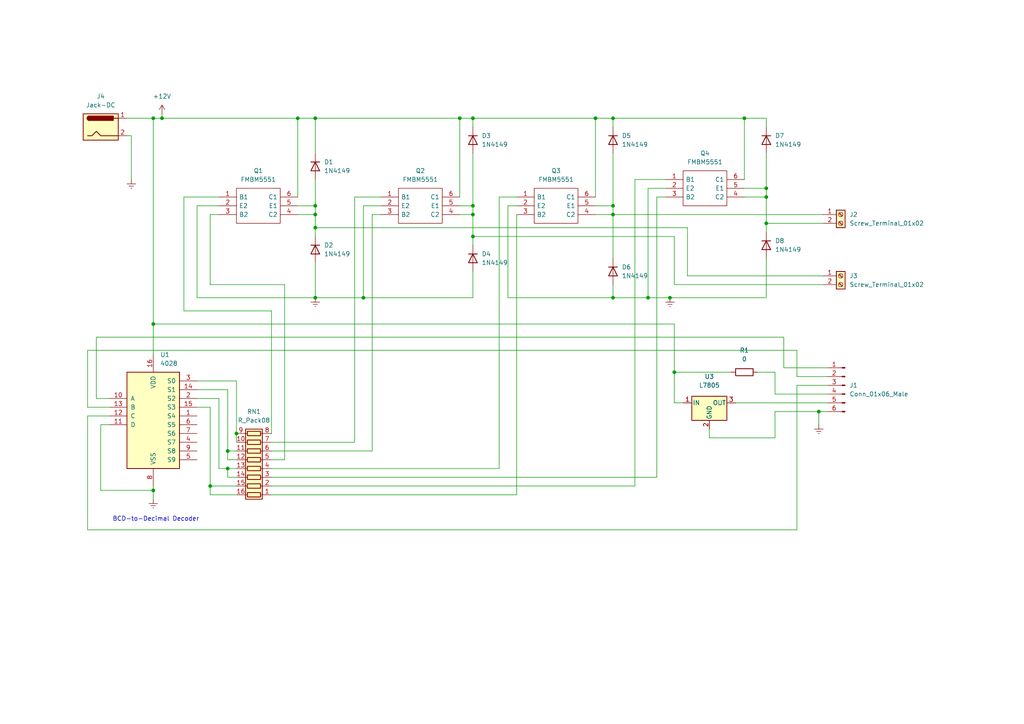
<source format=kicad_sch>
(kicad_sch (version 20231120) (generator "eeschema") (generator_version "8.0")
  (paper "A4")
  (title_block (date "2022-08-03"))
  (lib_symbols
    (symbol "4xxx:4028" (pin_names (offset 1.016))
      (property "Reference" "U" (at -7.62 13.97 0))
      (property "Value" "4028" (at -7.62 -16.51 0))
      (symbol "4028_1_0"
        (pin output line (at 12.7 0 180) (length 5.08) (name "S4") (number "1"))
        (pin input line (at -12.7 5.08 0) (length 5.08) (name "A") (number "10"))
        (pin input line (at -12.7 -2.54 0) (length 5.08) (name "D") (number "11"))
        (pin input line (at -12.7 0 0) (length 5.08) (name "C") (number "12"))
        (pin input line (at -12.7 2.54 0) (length 5.08) (name "B") (number "13"))
        (pin output line (at 12.7 7.62 180) (length 5.08) (name "S1") (number "14"))
        (pin output line (at 12.7 2.54 180) (length 5.08) (name "S3") (number "15"))
        (pin power_in line (at 0 17.78 270) (length 5.08) (name "VDD") (number "16"))
        (pin output line (at 12.7 5.08 180) (length 5.08) (name "S2") (number "2"))
        (pin output line (at 12.7 10.16 180) (length 5.08) (name "S0") (number "3"))
        (pin output line (at 12.7 -7.62 180) (length 5.08) (name "S7") (number "4"))
        (pin output line (at 12.7 -12.7 180) (length 5.08) (name "S9") (number "5"))
        (pin output line (at 12.7 -2.54 180) (length 5.08) (name "S5") (number "6"))
        (pin output line (at 12.7 -5.08 180) (length 5.08) (name "S6") (number "7"))
        (pin power_in line (at 0 -20.32 90) (length 5.08) (name "VSS") (number "8"))
        (pin output line (at 12.7 -10.16 180) (length 5.08) (name "S8") (number "9"))
      )
      (symbol "4028_1_1"
        (rectangle (start -7.62 12.7) (end 7.62 -15.24) (stroke (width 0.254)) (fill (type background)))
      )
    )
    (symbol "Connector:Conn_01x06_Male" (pin_names (offset 1.016) hide)
      (property "Reference" "J" (at 0 7.62 0))
      (property "Value" "Conn_01x06_Male" (at 0 -10.16 0))
      (symbol "Conn_01x06_Male_1_1"
        (polyline (pts (xy 1.27 -7.62) (xy 0.8636 -7.62)) (stroke (width 0.1524)))
        (polyline (pts (xy 1.27 -5.08) (xy 0.8636 -5.08)) (stroke (width 0.1524)))
        (polyline (pts (xy 1.27 -2.54) (xy 0.8636 -2.54)) (stroke (width 0.1524)))
        (polyline (pts (xy 1.27 0) (xy 0.8636 0)) (stroke (width 0.1524)))
        (polyline (pts (xy 1.27 2.54) (xy 0.8636 2.54)) (stroke (width 0.1524)))
        (polyline (pts (xy 1.27 5.08) (xy 0.8636 5.08)) (stroke (width 0.1524)))
        (rectangle (start 0.8636 -7.493) (end 0 -7.747) (stroke (width 0.1524)) (fill (type outline)))
        (rectangle (start 0.8636 -4.953) (end 0 -5.207) (stroke (width 0.1524)) (fill (type outline)))
        (rectangle (start 0.8636 -2.413) (end 0 -2.667) (stroke (width 0.1524)) (fill (type outline)))
        (rectangle (start 0.8636 0.127) (end 0 -0.127) (stroke (width 0.1524)) (fill (type outline)))
        (rectangle (start 0.8636 2.667) (end 0 2.413) (stroke (width 0.1524)) (fill (type outline)))
        (rectangle (start 0.8636 5.207) (end 0 4.953) (stroke (width 0.1524)) (fill (type outline)))
        (pin passive line (at 5.08 5.08 180) (length 3.81) (name "Pin_1") (number "1"))
        (pin passive line (at 5.08 2.54 180) (length 3.81) (name "Pin_2") (number "2"))
        (pin passive line (at 5.08 0 180) (length 3.81) (name "Pin_3") (number "3"))
        (pin passive line (at 5.08 -2.54 180) (length 3.81) (name "Pin_4") (number "4"))
        (pin passive line (at 5.08 -5.08 180) (length 3.81) (name "Pin_5") (number "5"))
        (pin passive line (at 5.08 -7.62 180) (length 3.81) (name "Pin_6") (number "6"))
      )
    )
    (symbol "Connector:Jack-DC" (pin_names (offset 1.016))
      (property "Reference" "J" (at 0 5.334 0))
      (property "Value" "Jack-DC" (at 0 -5.08 0))
      (symbol "Jack-DC_0_1"
        (rectangle (start -5.08 3.81) (end 5.08 -3.81) (stroke (width 0.254)) (fill (type background)))
        (arc (start -3.302 3.175) (mid -3.9342 2.54) (end -3.302 1.905) (stroke (width 0.254)))
        (arc (start -3.302 3.175) (mid -3.9342 2.54) (end -3.302 1.905) (stroke (width 0.254)) (fill (type outline)))
        (polyline (pts (xy 5.08 2.54) (xy 3.81 2.54)) (stroke (width 0.254)))
        (polyline (pts (xy -3.81 -2.54) (xy -2.54 -2.54) (xy -1.27 -1.27) (xy 0 -2.54) (xy 2.54 -2.54) (xy 5.08 -2.54)) (stroke (width 0.254)))
        (rectangle (start 3.683 3.175) (end -3.302 1.905) (stroke (width 0.254)) (fill (type outline)))
      )
      (symbol "Jack-DC_1_1"
        (pin passive line (at 7.62 2.54 180) (length 2.54) (name "~") (number "1"))
        (pin passive line (at 7.62 -2.54 180) (length 2.54) (name "~") (number "2"))
      )
    )
    (symbol "Connector:Screw_Terminal_01x02" (pin_names (offset 1.016) hide)
      (property "Reference" "J" (at 0 2.54 0))
      (property "Value" "Screw_Terminal_01x02" (at 0 -5.08 0))
      (symbol "Screw_Terminal_01x02_1_1"
        (rectangle (start -1.27 1.27) (end 1.27 -3.81) (stroke (width 0.254)) (fill (type background)))
        (circle (center 0 -2.54) (radius 0.635) (stroke (width 0.1524)))
        (polyline (pts (xy -0.5334 -2.2098) (xy 0.3302 -3.048)) (stroke (width 0.1524)))
        (polyline (pts (xy -0.5334 0.3302) (xy 0.3302 -0.508)) (stroke (width 0.1524)))
        (polyline (pts (xy -0.3556 -2.032) (xy 0.508 -2.8702)) (stroke (width 0.1524)))
        (polyline (pts (xy -0.3556 0.508) (xy 0.508 -0.3302)) (stroke (width 0.1524)))
        (circle (center 0 0) (radius 0.635) (stroke (width 0.1524)))
        (pin passive line (at -5.08 0 0) (length 3.81) (name "Pin_1") (number "1"))
        (pin passive line (at -5.08 -2.54 0) (length 3.81) (name "Pin_2") (number "2"))
      )
    )
    (symbol "Device:R" (pin_numbers hide) (pin_names (offset 0))
      (property "Reference" "R" (at 2.032 0 90))
      (property "Value" "R" (at 0 0 90))
      (symbol "R_0_1"
        (rectangle (start -1.016 -2.54) (end 1.016 2.54) (stroke (width 0.254)))
      )
      (symbol "R_1_1"
        (pin passive line (at 0 3.81 270) (length 1.27) (name "~") (number "1"))
        (pin passive line (at 0 -3.81 90) (length 1.27) (name "~") (number "2"))
      )
    )
    (symbol "Device:R_Pack08" (pin_names (offset 0) hide)
      (property "Reference" "RN" (at -12.7 0 90))
      (property "Value" "R_Pack08" (at 10.16 0 90))
      (symbol "R_Pack08_0_1"
        (rectangle (start -11.43 -2.413) (end 8.89 2.413) (stroke (width 0.254)) (fill (type background)))
        (rectangle (start -10.795 1.905) (end -9.525 -1.905) (stroke (width 0.254)))
        (rectangle (start -8.255 1.905) (end -6.985 -1.905) (stroke (width 0.254)))
        (rectangle (start -5.715 1.905) (end -4.445 -1.905) (stroke (width 0.254)))
        (rectangle (start -3.175 1.905) (end -1.905 -1.905) (stroke (width 0.254)))
        (rectangle (start -0.635 1.905) (end 0.635 -1.905) (stroke (width 0.254)))
        (polyline (pts (xy -10.16 -2.54) (xy -10.16 -1.905)))
        (polyline (pts (xy -10.16 1.905) (xy -10.16 2.54)))
        (polyline (pts (xy -7.62 -2.54) (xy -7.62 -1.905)))
        (polyline (pts (xy -7.62 1.905) (xy -7.62 2.54)))
        (polyline (pts (xy -5.08 -2.54) (xy -5.08 -1.905)))
        (polyline (pts (xy -5.08 1.905) (xy -5.08 2.54)))
        (polyline (pts (xy -2.54 -2.54) (xy -2.54 -1.905)))
        (polyline (pts (xy -2.54 1.905) (xy -2.54 2.54)))
        (polyline (pts (xy 0 -2.54) (xy 0 -1.905)))
        (polyline (pts (xy 0 1.905) (xy 0 2.54)))
        (polyline (pts (xy 2.54 -2.54) (xy 2.54 -1.905)))
        (polyline (pts (xy 2.54 1.905) (xy 2.54 2.54)))
        (polyline (pts (xy 5.08 -2.54) (xy 5.08 -1.905)))
        (polyline (pts (xy 5.08 1.905) (xy 5.08 2.54)))
        (polyline (pts (xy 7.62 -2.54) (xy 7.62 -1.905)))
        (polyline (pts (xy 7.62 1.905) (xy 7.62 2.54)))
        (rectangle (start 1.905 1.905) (end 3.175 -1.905) (stroke (width 0.254)))
        (rectangle (start 4.445 1.905) (end 5.715 -1.905) (stroke (width 0.254)))
        (rectangle (start 6.985 1.905) (end 8.255 -1.905) (stroke (width 0.254)))
      )
      (symbol "R_Pack08_1_1"
        (pin passive line (at -10.16 -5.08 90) (length 2.54) (name "R1.1") (number "1"))
        (pin passive line (at 5.08 5.08 270) (length 2.54) (name "R7.2") (number "10"))
        (pin passive line (at 2.54 5.08 270) (length 2.54) (name "R6.2") (number "11"))
        (pin passive line (at 0 5.08 270) (length 2.54) (name "R5.2") (number "12"))
        (pin passive line (at -2.54 5.08 270) (length 2.54) (name "R4.2") (number "13"))
        (pin passive line (at -5.08 5.08 270) (length 2.54) (name "R3.2") (number "14"))
        (pin passive line (at -7.62 5.08 270) (length 2.54) (name "R2.2") (number "15"))
        (pin passive line (at -10.16 5.08 270) (length 2.54) (name "R1.2") (number "16"))
        (pin passive line (at -7.62 -5.08 90) (length 2.54) (name "R2.1") (number "2"))
        (pin passive line (at -5.08 -5.08 90) (length 2.54) (name "R3.1") (number "3"))
        (pin passive line (at -2.54 -5.08 90) (length 2.54) (name "R4.1") (number "4"))
        (pin passive line (at 0 -5.08 90) (length 2.54) (name "R5.1") (number "5"))
        (pin passive line (at 2.54 -5.08 90) (length 2.54) (name "R6.1") (number "6"))
        (pin passive line (at 5.08 -5.08 90) (length 2.54) (name "R7.1") (number "7"))
        (pin passive line (at 7.62 -5.08 90) (length 2.54) (name "R8.1") (number "8"))
        (pin passive line (at 7.62 5.08 270) (length 2.54) (name "R8.2") (number "9"))
      )
    )
    (symbol "Diode:1N4149" (pin_numbers hide) (pin_names (offset 1.016) hide)
      (property "Reference" "D" (at 0 2.54 0))
      (property "Value" "1N4149" (at 0 -2.54 0))
      (symbol "1N4149_0_1"
        (polyline (pts (xy -1.27 1.27) (xy -1.27 -1.27)) (stroke (width 0.254)))
        (polyline (pts (xy 1.27 0) (xy -1.27 0)))
        (polyline (pts (xy 1.27 1.27) (xy 1.27 -1.27) (xy -1.27 0) (xy 1.27 1.27)) (stroke (width 0.254)))
      )
      (symbol "1N4149_1_1"
        (pin passive line (at -3.81 0 0) (length 2.54) (name "K") (number "1"))
        (pin passive line (at 3.81 0 180) (length 2.54) (name "A") (number "2"))
      )
    )
    (symbol "Regulator_Linear:L7805" (pin_names (offset 0.254))
      (property "Reference" "U" (at -3.81 3.175 0))
      (property "Value" "L7805" (at 0 3.175 0))
      (symbol "L7805_0_1"
        (rectangle (start -5.08 1.905) (end 5.08 -5.08) (stroke (width 0.254)) (fill (type background)))
      )
      (symbol "L7805_1_1"
        (pin power_in line (at -7.62 0 0) (length 2.54) (name "IN") (number "1"))
        (pin power_in line (at 0 -7.62 90) (length 2.54) (name "GND") (number "2"))
        (pin power_out line (at 7.62 0 180) (length 2.54) (name "OUT") (number "3"))
      )
    )
    (symbol "SamacSys_Parts:FMBM5551" (pin_names (offset 0.762))
      (property "Reference" "Q" (at 19.05 7.62 0))
      (property "Value" "FMBM5551" (at 19.05 5.08 0))
      (symbol "FMBM5551_0_0"
        (pin passive line (at 0 0 0) (length 5.08) (name "B1") (number "1"))
        (pin passive line (at 0 -2.54 0) (length 5.08) (name "E2") (number "2"))
        (pin passive line (at 0 -5.08 0) (length 5.08) (name "B2") (number "3"))
        (pin passive line (at 22.86 -5.08 180) (length 5.08) (name "C2") (number "4"))
        (pin passive line (at 22.86 -2.54 180) (length 5.08) (name "E1") (number "5"))
        (pin passive line (at 22.86 0 180) (length 5.08) (name "C1") (number "6"))
      )
      (symbol "FMBM5551_0_1"
        (polyline (pts (xy 5.08 2.54) (xy 17.78 2.54) (xy 17.78 -7.62) (xy 5.08 -7.62) (xy 5.08 2.54)) (stroke (width 0.1524)))
      )
    )
    (symbol "power:+12V" (power) (pin_names (offset 0))
      (property "Value" "+12V" (at 0 3.556 0))
      (symbol "+12V_0_1"
        (polyline (pts (xy -0.762 1.27) (xy 0 2.54)))
        (polyline (pts (xy 0 0) (xy 0 2.54)))
        (polyline (pts (xy 0 2.54) (xy 0.762 1.27)))
      )
      (symbol "+12V_1_1"
        (pin power_in line (at 0 0 90) (length 0) hide (name "+12V") (number "1"))
      )
    )
    (symbol "power:Earth" (power) (pin_names (offset 0))
      (symbol "Earth_0_1"
        (polyline (pts (xy -0.635 -1.905) (xy 0.635 -1.905)))
        (polyline (pts (xy -0.127 -2.54) (xy 0.127 -2.54)))
        (polyline (pts (xy 0 -1.27) (xy 0 0)))
        (polyline (pts (xy 1.27 -1.27) (xy -1.27 -1.27)))
      )
      (symbol "Earth_1_1"
        (pin power_in line (at 0 0 270) (length 0) hide (name "Earth") (number "1"))
      )
    )
  )
  (junction (at 91.44 62.23))
  (junction (at 177.8 59.69))
  (junction (at 177.8 62.23))
  (junction (at 66.04 135.89))
  (junction (at 222.25 57.15))
  (junction (at 86.36 34.29))
  (junction (at 66.04 130.81))
  (junction (at 60.96 140.97))
  (junction (at 177.8 86.36))
  (junction (at 105.41 86.36))
  (junction (at 68.58 125.73))
  (junction (at 46.99 34.29))
  (junction (at 222.25 54.61))
  (junction (at 222.25 64.77))
  (junction (at 91.44 59.69))
  (junction (at 137.16 34.29))
  (junction (at 44.45 142.24))
  (junction (at 91.44 34.29))
  (junction (at 137.16 62.23))
  (junction (at 194.31 86.36))
  (junction (at 187.96 86.36))
  (junction (at 137.16 68.58))
  (junction (at 172.72 34.29))
  (junction (at 237.49 119.38))
  (junction (at 133.35 34.29))
  (junction (at 91.44 86.36))
  (junction (at 44.45 34.29))
  (junction (at 91.44 66.04))
  (junction (at 177.8 34.29))
  (junction (at 195.58 107.95))
  (junction (at 215.9 34.29))
  (junction (at 137.16 59.69))
  (junction (at 44.45 93.98))
  (wire (pts (xy 25.4 153.67) (xy 25.4 120.65)))
  (wire (pts (xy 177.8 62.23) (xy 238.76 62.23)))
  (wire (pts (xy 78.74 138.43) (xy 190.5 138.43)))
  (wire (pts (xy 91.44 62.23) (xy 91.44 66.04)))
  (wire (pts (xy 68.58 125.73) (xy 68.58 128.27)))
  (wire (pts (xy 215.9 57.15) (xy 222.25 57.15)))
  (wire (pts (xy 91.44 34.29) (xy 91.44 44.45)))
  (wire (pts (xy 205.74 127) (xy 205.74 124.46)))
  (wire (pts (xy 177.8 59.69) (xy 177.8 62.23)))
  (wire (pts (xy 60.96 140.97) (xy 68.58 140.97)))
  (wire (pts (xy 137.16 44.45) (xy 137.16 59.69)))
  (wire (pts (xy 149.86 62.23) (xy 149.86 143.51)))
  (wire (pts (xy 137.16 59.69) (xy 133.35 59.69)))
  (wire (pts (xy 137.16 78.74) (xy 137.16 86.36)))
  (wire (pts (xy 222.25 44.45) (xy 222.25 54.61)))
  (wire (pts (xy 231.14 153.67) (xy 25.4 153.67)))
  (wire (pts (xy 137.16 34.29) (xy 172.72 34.29)))
  (wire (pts (xy 60.96 118.11) (xy 60.96 140.97)))
  (wire (pts (xy 215.9 34.29) (xy 222.25 34.29)))
  (wire (pts (xy 187.96 54.61) (xy 193.04 54.61)))
  (wire (pts (xy 137.16 34.29) (xy 133.35 34.29)))
  (wire (pts (xy 91.44 86.36) (xy 105.41 86.36)))
  (wire (pts (xy 240.03 109.22) (xy 231.14 109.22)))
  (wire (pts (xy 149.86 57.15) (xy 144.78 57.15)))
  (wire (pts (xy 66.04 130.81) (xy 66.04 133.35)))
  (wire (pts (xy 198.12 116.84) (xy 195.58 116.84)))
  (wire (pts (xy 107.95 62.23) (xy 110.49 62.23)))
  (wire (pts (xy 240.03 119.38) (xy 237.49 119.38)))
  (wire (pts (xy 78.74 90.17) (xy 53.34 90.17)))
  (wire (pts (xy 82.55 82.55) (xy 82.55 133.35)))
  (wire (pts (xy 177.8 62.23) (xy 177.8 74.93)))
  (wire (pts (xy 184.15 52.07) (xy 184.15 140.97)))
  (wire (pts (xy 224.79 119.38) (xy 237.49 119.38)))
  (wire (pts (xy 222.25 86.36) (xy 222.25 74.93)))
  (wire (pts (xy 231.14 111.76) (xy 231.14 153.67)))
  (wire (pts (xy 46.99 34.29) (xy 86.36 34.29)))
  (wire (pts (xy 177.8 59.69) (xy 172.72 59.69)))
  (wire (pts (xy 137.16 68.58) (xy 137.16 71.12)))
  (wire (pts (xy 38.1 39.37) (xy 38.1 52.07)))
  (wire (pts (xy 172.72 34.29) (xy 172.72 57.15)))
  (wire (pts (xy 231.14 109.22) (xy 231.14 101.6)))
  (wire (pts (xy 240.03 106.68) (xy 227.33 106.68)))
  (wire (pts (xy 78.74 143.51) (xy 149.86 143.51)))
  (wire (pts (xy 177.8 86.36) (xy 187.96 86.36)))
  (wire (pts (xy 57.15 110.49) (xy 68.58 110.49)))
  (wire (pts (xy 105.41 86.36) (xy 137.16 86.36)))
  (wire (pts (xy 60.96 62.23) (xy 60.96 82.55)))
  (wire (pts (xy 91.44 59.69) (xy 91.44 62.23)))
  (wire (pts (xy 78.74 90.17) (xy 78.74 125.73)))
  (wire (pts (xy 44.45 93.98) (xy 44.45 34.29)))
  (wire (pts (xy 213.36 116.84) (xy 240.03 116.84)))
  (wire (pts (xy 147.32 86.36) (xy 177.8 86.36)))
  (wire (pts (xy 177.8 44.45) (xy 177.8 59.69)))
  (wire (pts (xy 195.58 107.95) (xy 212.09 107.95)))
  (wire (pts (xy 68.58 110.49) (xy 68.58 125.73)))
  (wire (pts (xy 227.33 106.68) (xy 227.33 97.79)))
  (wire (pts (xy 137.16 68.58) (xy 195.58 68.58)))
  (wire (pts (xy 27.94 115.57) (xy 31.75 115.57)))
  (wire (pts (xy 29.21 123.19) (xy 29.21 142.24)))
  (wire (pts (xy 91.44 66.04) (xy 91.44 68.58)))
  (wire (pts (xy 149.86 59.69) (xy 147.32 59.69)))
  (wire (pts (xy 144.78 57.15) (xy 144.78 135.89)))
  (wire (pts (xy 86.36 34.29) (xy 86.36 57.15)))
  (wire (pts (xy 66.04 135.89) (xy 68.58 135.89)))
  (wire (pts (xy 215.9 34.29) (xy 215.9 52.07)))
  (wire (pts (xy 227.33 97.79) (xy 27.94 97.79)))
  (wire (pts (xy 133.35 34.29) (xy 133.35 57.15)))
  (wire (pts (xy 195.58 82.55) (xy 195.58 68.58)))
  (wire (pts (xy 133.35 62.23) (xy 137.16 62.23)))
  (wire (pts (xy 27.94 97.79) (xy 27.94 115.57)))
  (wire (pts (xy 63.5 115.57) (xy 63.5 135.89)))
  (wire (pts (xy 63.5 135.89) (xy 66.04 135.89)))
  (wire (pts (xy 78.74 133.35) (xy 82.55 133.35)))
  (wire (pts (xy 190.5 57.15) (xy 190.5 138.43)))
  (wire (pts (xy 172.72 62.23) (xy 177.8 62.23)))
  (wire (pts (xy 102.87 57.15) (xy 110.49 57.15)))
  (wire (pts (xy 31.75 123.19) (xy 29.21 123.19)))
  (wire (pts (xy 44.45 34.29) (xy 46.99 34.29)))
  (wire (pts (xy 91.44 34.29) (xy 133.35 34.29)))
  (wire (pts (xy 222.25 64.77) (xy 238.76 64.77)))
  (wire (pts (xy 60.96 82.55) (xy 82.55 82.55)))
  (wire (pts (xy 222.25 34.29) (xy 222.25 36.83)))
  (wire (pts (xy 105.41 59.69) (xy 110.49 59.69)))
  (wire (pts (xy 53.34 57.15) (xy 63.5 57.15)))
  (wire (pts (xy 68.58 133.35) (xy 66.04 133.35)))
  (wire (pts (xy 194.31 86.36) (xy 222.25 86.36)))
  (wire (pts (xy 91.44 52.07) (xy 91.44 59.69)))
  (wire (pts (xy 199.39 80.01) (xy 199.39 66.04)))
  (wire (pts (xy 25.4 118.11) (xy 31.75 118.11)))
  (wire (pts (xy 66.04 130.81) (xy 68.58 130.81)))
  (wire (pts (xy 237.49 119.38) (xy 237.49 123.19)))
  (wire (pts (xy 219.71 107.95) (xy 224.79 107.95)))
  (wire (pts (xy 86.36 34.29) (xy 91.44 34.29)))
  (wire (pts (xy 57.15 86.36) (xy 91.44 86.36)))
  (wire (pts (xy 91.44 76.2) (xy 91.44 86.36)))
  (wire (pts (xy 86.36 59.69) (xy 91.44 59.69)))
  (wire (pts (xy 78.74 130.81) (xy 107.95 130.81)))
  (wire (pts (xy 137.16 34.29) (xy 137.16 36.83)))
  (wire (pts (xy 78.74 128.27) (xy 102.87 128.27)))
  (wire (pts (xy 60.96 140.97) (xy 60.96 143.51)))
  (wire (pts (xy 190.5 57.15) (xy 193.04 57.15)))
  (wire (pts (xy 137.16 59.69) (xy 137.16 62.23)))
  (wire (pts (xy 137.16 62.23) (xy 137.16 68.58)))
  (wire (pts (xy 199.39 80.01) (xy 238.76 80.01)))
  (wire (pts (xy 205.74 127) (xy 224.79 127)))
  (wire (pts (xy 102.87 57.15) (xy 102.87 128.27)))
  (wire (pts (xy 187.96 86.36) (xy 194.31 86.36)))
  (wire (pts (xy 172.72 34.29) (xy 177.8 34.29)))
  (wire (pts (xy 91.44 66.04) (xy 199.39 66.04)))
  (wire (pts (xy 44.45 93.98) (xy 44.45 102.87)))
  (wire (pts (xy 195.58 107.95) (xy 195.58 93.98)))
  (wire (pts (xy 86.36 62.23) (xy 91.44 62.23)))
  (wire (pts (xy 44.45 142.24) (xy 44.45 144.78)))
  (wire (pts (xy 78.74 135.89) (xy 144.78 135.89)))
  (wire (pts (xy 105.41 59.69) (xy 105.41 86.36)))
  (wire (pts (xy 177.8 82.55) (xy 177.8 86.36)))
  (wire (pts (xy 57.15 118.11) (xy 60.96 118.11)))
  (wire (pts (xy 224.79 114.3) (xy 240.03 114.3)))
  (wire (pts (xy 68.58 138.43) (xy 66.04 138.43)))
  (wire (pts (xy 177.8 34.29) (xy 177.8 36.83)))
  (wire (pts (xy 224.79 127) (xy 224.79 119.38)))
  (wire (pts (xy 215.9 34.29) (xy 177.8 34.29)))
  (wire (pts (xy 25.4 101.6) (xy 231.14 101.6)))
  (wire (pts (xy 46.99 34.29) (xy 46.99 33.02)))
  (wire (pts (xy 240.03 111.76) (xy 231.14 111.76)))
  (wire (pts (xy 224.79 107.95) (xy 224.79 114.3)))
  (wire (pts (xy 25.4 120.65) (xy 31.75 120.65)))
  (wire (pts (xy 63.5 62.23) (xy 60.96 62.23)))
  (wire (pts (xy 66.04 113.03) (xy 66.04 130.81)))
  (wire (pts (xy 29.21 142.24) (xy 44.45 142.24)))
  (wire (pts (xy 57.15 113.03) (xy 66.04 113.03)))
  (wire (pts (xy 44.45 93.98) (xy 195.58 93.98)))
  (wire (pts (xy 195.58 116.84) (xy 195.58 107.95)))
  (wire (pts (xy 60.96 143.51) (xy 68.58 143.51)))
  (wire (pts (xy 222.25 54.61) (xy 222.25 57.15)))
  (wire (pts (xy 36.83 34.29) (xy 44.45 34.29)))
  (wire (pts (xy 57.15 59.69) (xy 63.5 59.69)))
  (wire (pts (xy 57.15 115.57) (xy 63.5 115.57)))
  (wire (pts (xy 107.95 130.81) (xy 107.95 62.23)))
  (wire (pts (xy 187.96 54.61) (xy 187.96 86.36)))
  (wire (pts (xy 66.04 138.43) (xy 66.04 135.89)))
  (wire (pts (xy 36.83 39.37) (xy 38.1 39.37)))
  (wire (pts (xy 215.9 54.61) (xy 222.25 54.61)))
  (wire (pts (xy 78.74 140.97) (xy 184.15 140.97)))
  (wire (pts (xy 147.32 59.69) (xy 147.32 86.36)))
  (wire (pts (xy 44.45 140.97) (xy 44.45 142.24)))
  (wire (pts (xy 53.34 57.15) (xy 53.34 90.17)))
  (wire (pts (xy 222.25 64.77) (xy 222.25 67.31)))
  (wire (pts (xy 222.25 57.15) (xy 222.25 64.77)))
  (wire (pts (xy 57.15 59.69) (xy 57.15 86.36)))
  (wire (pts (xy 184.15 52.07) (xy 193.04 52.07)))
  (wire (pts (xy 238.76 82.55) (xy 195.58 82.55)))
  (wire (pts (xy 25.4 101.6) (xy 25.4 118.11)))
  (text "BCD-to-Decimal Decoder" (at 45.212 150.622 0) (effects (font (size 1.27 1.27))))
  (symbol (lib_id "Connector:Jack-DC") (at 29.21 36.83 0) (unit 1)
    (property "Reference" "J4" (at 29.21 27.94 0))
    (property "Value" "Jack-DC" (at 29.21 30.48 0))
    (property "Footprint" "Connector_BarrelJack:BarrelJack_Wuerth_6941xx301002" (effects (hide yes)))
  )
  (symbol (lib_id "Diode:1N4149") (at 177.8 40.64 270) (unit 1)
    (property "Reference" "D5" (at 180.34 39.3699 90) (effects (justify left)))
    (property "Value" "1N4149" (at 180.34 41.9099 90) (effects (justify left)))
    (property "Footprint" "Diode_SMD:D_TUMD2" (effects (hide yes)))
    (property "Datasheet" "http://www.microsemi.com/document-portal/doc_view/11580-lds-0239" (effects (hide yes)))
  )
  (symbol (lib_id "Connector:Screw_Terminal_01x02") (at 243.84 80.01 0) (unit 1)
    (property "Reference" "J3" (at 246.38 80.0099 0) (effects (justify left)))
    (property "Value" "Screw_Terminal_01x02" (at 246.38 82.5499 0) (effects (justify left)))
    (property "Footprint" "TerminalBlock:TerminalBlock_bornier-2_P5.08mm" (effects (hide yes)))
  )
  (symbol (lib_id "4xxx:4028") (at 44.45 120.65 0) (unit 1)
    (property "Reference" "U1" (at 46.4694 102.87 0) (effects (justify left)))
    (property "Value" "4028" (at 46.4694 105.41 0) (effects (justify left)))
    (property "Footprint" "Package_SO:SOIC-16_3.9x9.9mm_P1.27mm" (effects (hide yes)))
    (property "Datasheet" "http://www.intersil.com/content/dam/Intersil/documents/cd40/cd4028bms.pdf" (effects (hide yes)))
  )
  (symbol (lib_id "SamacSys_Parts:FMBM5551") (at 193.04 52.07 0) (unit 1)
    (property "Reference" "Q4" (at 204.47 44.45 0))
    (property "Value" "FMBM5551" (at 204.47 46.99 0))
    (property "Footprint" "SOT95P280X110-6N" (effects (hide yes)))
    (property "Datasheet" "https://www.onsemi.com/pdf/datasheet/fmbm5551-d.pdf" (effects (hide yes)))
    (property "Description" "Bipolar Transistors - BJT SSOT6 NPN General Purpose Amplifier" (effects (hide yes)))
    (property "Height" "1.1" (effects (hide yes)))
    (property "Mouser Part Number" "512-FMBM5551" (effects (hide yes)))
    (property "Mouser Price/Stock" "https://www.mouser.co.uk/ProductDetail/onsemi-Fairchild/FMBM5551?qs=VOMQJJE%252BBNnHm%2F5A44uOUQ%3D%3D" (effects (hide yes)))
    (property "Manufacturer_Name" "onsemi" (effects (hide yes)))
    (property "Manufacturer_Part_Number" "FMBM5551" (effects (hide yes)))
  )
  (symbol (lib_id "Device:R_Pack08") (at 73.66 133.35 90) (unit 1)
    (property "Reference" "RN1" (at 73.66 119.38 90))
    (property "Value" "R_Pack08" (at 73.66 121.92 90))
    (property "Footprint" "Package_SO:SOIC-16W_5.3x10.2mm_P1.27mm" (effects (hide yes)))
  )
  (symbol (lib_id "Diode:1N4149") (at 177.8 78.74 270) (unit 1)
    (property "Reference" "D6" (at 180.34 77.4699 90) (effects (justify left)))
    (property "Value" "1N4149" (at 180.34 80.0099 90) (effects (justify left)))
    (property "Footprint" "Diode_SMD:D_TUMD2" (effects (hide yes)))
    (property "Datasheet" "http://www.microsemi.com/document-portal/doc_view/11580-lds-0239" (effects (hide yes)))
  )
  (symbol (lib_id "SamacSys_Parts:FMBM5551") (at 149.86 57.15 0) (unit 1)
    (property "Reference" "Q3" (at 161.29 49.53 0))
    (property "Value" "FMBM5551" (at 161.29 52.07 0))
    (property "Footprint" "SOT95P280X110-6N" (effects (hide yes)))
    (property "Datasheet" "https://www.onsemi.com/pdf/datasheet/fmbm5551-d.pdf" (effects (hide yes)))
    (property "Description" "Bipolar Transistors - BJT SSOT6 NPN General Purpose Amplifier" (effects (hide yes)))
    (property "Height" "1.1" (effects (hide yes)))
    (property "Mouser Part Number" "512-FMBM5551" (effects (hide yes)))
    (property "Mouser Price/Stock" "https://www.mouser.co.uk/ProductDetail/onsemi-Fairchild/FMBM5551?qs=VOMQJJE%252BBNnHm%2F5A44uOUQ%3D%3D" (effects (hide yes)))
    (property "Manufacturer_Name" "onsemi" (effects (hide yes)))
    (property "Manufacturer_Part_Number" "FMBM5551" (effects (hide yes)))
  )
  (symbol (lib_id "Diode:1N4149") (at 91.44 72.39 270) (unit 1)
    (property "Reference" "D2" (at 93.98 71.1199 90) (effects (justify left)))
    (property "Value" "1N4149" (at 93.98 73.6599 90) (effects (justify left)))
    (property "Footprint" "Diode_SMD:D_TUMD2" (effects (hide yes)))
    (property "Datasheet" "http://www.microsemi.com/document-portal/doc_view/11580-lds-0239" (effects (hide yes)))
  )
  (symbol (lib_id "Diode:1N4149") (at 222.25 40.64 270) (unit 1)
    (property "Reference" "D7" (at 224.79 39.3699 90) (effects (justify left)))
    (property "Value" "1N4149" (at 224.79 41.9099 90) (effects (justify left)))
    (property "Footprint" "Diode_SMD:D_TUMD2" (effects (hide yes)))
    (property "Datasheet" "http://www.microsemi.com/document-portal/doc_view/11580-lds-0239" (effects (hide yes)))
  )
  (symbol (lib_id "Connector:Conn_01x06_Male") (at 245.11 111.76 0) (mirror y) (unit 1)
    (property "Reference" "J1" (at 246.38 111.7599 0) (effects (justify right)))
    (property "Value" "Conn_01x06_Male" (at 246.38 114.2999 0) (effects (justify right)))
    (property "Footprint" "Connector_PinHeader_2.54mm:PinHeader_1x06_P2.54mm_Vertical" (effects (hide yes)))
  )
  (symbol (lib_id "power:Earth") (at 44.45 144.78 0) (unit 1)
    (property "Reference" "#PWR0101" (effects (hide yes)))
    (property "Value" "Earth" (effects (hide yes)))
  )
  (symbol (lib_id "SamacSys_Parts:FMBM5551") (at 63.5 57.15 0) (unit 1)
    (property "Reference" "Q1" (at 74.93 49.53 0))
    (property "Value" "FMBM5551" (at 74.93 52.07 0))
    (property "Footprint" "SOT95P280X110-6N" (effects (hide yes)))
    (property "Datasheet" "https://www.onsemi.com/pdf/datasheet/fmbm5551-d.pdf" (effects (hide yes)))
    (property "Description" "Bipolar Transistors - BJT SSOT6 NPN General Purpose Amplifier" (effects (hide yes)))
    (property "Height" "1.1" (effects (hide yes)))
    (property "Mouser Part Number" "512-FMBM5551" (effects (hide yes)))
    (property "Mouser Price/Stock" "https://www.mouser.co.uk/ProductDetail/onsemi-Fairchild/FMBM5551?qs=VOMQJJE%252BBNnHm%2F5A44uOUQ%3D%3D" (effects (hide yes)))
    (property "Manufacturer_Name" "onsemi" (effects (hide yes)))
    (property "Manufacturer_Part_Number" "FMBM5551" (effects (hide yes)))
  )
  (symbol (lib_id "SamacSys_Parts:FMBM5551") (at 110.49 57.15 0) (unit 1)
    (property "Reference" "Q2" (at 121.92 49.53 0))
    (property "Value" "FMBM5551" (at 121.92 52.07 0))
    (property "Footprint" "SOT95P280X110-6N" (effects (hide yes)))
    (property "Datasheet" "https://www.onsemi.com/pdf/datasheet/fmbm5551-d.pdf" (effects (hide yes)))
    (property "Description" "Bipolar Transistors - BJT SSOT6 NPN General Purpose Amplifier" (effects (hide yes)))
    (property "Height" "1.1" (effects (hide yes)))
    (property "Mouser Part Number" "512-FMBM5551" (effects (hide yes)))
    (property "Mouser Price/Stock" "https://www.mouser.co.uk/ProductDetail/onsemi-Fairchild/FMBM5551?qs=VOMQJJE%252BBNnHm%2F5A44uOUQ%3D%3D" (effects (hide yes)))
    (property "Manufacturer_Name" "onsemi" (effects (hide yes)))
    (property "Manufacturer_Part_Number" "FMBM5551" (effects (hide yes)))
  )
  (symbol (lib_id "Regulator_Linear:L7805") (at 205.74 116.84 0) (unit 1)
    (property "Reference" "U3" (at 205.74 109.22 0))
    (property "Value" "L7805" (at 205.74 111.76 0))
    (property "Footprint" "Package_TO_SOT_SMD:TO-252-3_TabPin2" (effects (hide yes)))
    (property "Datasheet" "http://www.st.com/content/ccc/resource/technical/document/datasheet/41/4f/b3/b0/12/d4/47/88/CD00000444.pdf/files/CD00000444.pdf/jcr:content/translations/en.CD00000444.pdf" (effects (hide yes)))
  )
  (symbol (lib_id "power:Earth") (at 91.44 86.36 0) (unit 1)
    (property "Reference" "#PWR0103" (effects (hide yes)))
    (property "Value" "Earth" (effects (hide yes)))
  )
  (symbol (lib_id "Diode:1N4149") (at 137.16 40.64 270) (unit 1)
    (property "Reference" "D3" (at 139.7 39.3699 90) (effects (justify left)))
    (property "Value" "1N4149" (at 139.7 41.9099 90) (effects (justify left)))
    (property "Footprint" "Diode_SMD:D_TUMD2" (effects (hide yes)))
    (property "Datasheet" "http://www.microsemi.com/document-portal/doc_view/11580-lds-0239" (effects (hide yes)))
  )
  (symbol (lib_id "power:+12V") (at 46.99 33.02 0) (unit 1)
    (property "Reference" "#PWR0104" (effects (hide yes)))
    (property "Value" "+12V" (at 46.99 27.94 0))
  )
  (symbol (lib_id "Connector:Screw_Terminal_01x02") (at 243.84 62.23 0) (unit 1)
    (property "Reference" "J2" (at 246.38 62.2299 0) (effects (justify left)))
    (property "Value" "Screw_Terminal_01x02" (at 246.38 64.7699 0) (effects (justify left)))
    (property "Footprint" "TerminalBlock:TerminalBlock_bornier-2_P5.08mm" (effects (hide yes)))
  )
  (symbol (lib_id "power:Earth") (at 38.1 52.07 0) (unit 1)
    (property "Reference" "#PWR0106" (effects (hide yes)))
    (property "Value" "Earth" (effects (hide yes)))
  )
  (symbol (lib_id "power:Earth") (at 194.31 86.36 0) (unit 1)
    (property "Reference" "#PWR0102" (effects (hide yes)))
    (property "Value" "Earth" (effects (hide yes)))
  )
  (symbol (lib_id "Diode:1N4149") (at 222.25 71.12 270) (unit 1)
    (property "Reference" "D8" (at 224.79 69.8499 90) (effects (justify left)))
    (property "Value" "1N4149" (at 224.79 72.3899 90) (effects (justify left)))
    (property "Footprint" "Diode_SMD:D_TUMD2" (effects (hide yes)))
    (property "Datasheet" "http://www.microsemi.com/document-portal/doc_view/11580-lds-0239" (effects (hide yes)))
  )
  (symbol (lib_id "Diode:1N4149") (at 137.16 74.93 270) (unit 1)
    (property "Reference" "D4" (at 139.7 73.6599 90) (effects (justify left)))
    (property "Value" "1N4149" (at 139.7 76.1999 90) (effects (justify left)))
    (property "Footprint" "Diode_SMD:D_TUMD2" (effects (hide yes)))
    (property "Datasheet" "http://www.microsemi.com/document-portal/doc_view/11580-lds-0239" (effects (hide yes)))
  )
  (symbol (lib_id "Device:R") (at 215.9 107.95 90) (unit 1)
    (property "Reference" "R1" (at 215.9 101.6 90))
    (property "Value" "0" (at 215.9 104.14 90))
    (property "Footprint" "Resistor_SMD:R_1206_3216Metric_Pad1.30x1.75mm_HandSolder" (effects (hide yes)))
  )
  (symbol (lib_id "power:Earth") (at 237.49 123.19 0) (unit 1)
    (property "Reference" "#PWR0105" (effects (hide yes)))
    (property "Value" "Earth" (effects (hide yes)))
  )
  (symbol (lib_id "Diode:1N4149") (at 91.44 48.26 270) (unit 1)
    (property "Reference" "D1" (at 93.98 46.9899 90) (effects (justify left)))
    (property "Value" "1N4149" (at 93.98 49.5299 90) (effects (justify left)))
    (property "Footprint" "Diode_SMD:D_TUMD2" (effects (hide yes)))
    (property "Datasheet" "http://www.microsemi.com/document-portal/doc_view/11580-lds-0239" (effects (hide yes)))
  )
)
</source>
